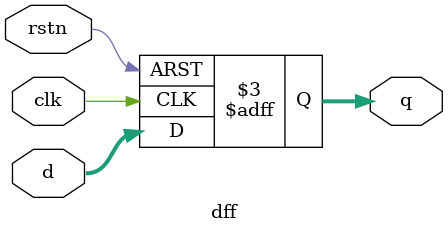
<source format=v>
module dff #(
    parameter WIDTH = 8
) (
    input wire clk,
    input wire rstn,
    input wire [WIDTH-1:0] d,
    output reg [WIDTH-1:0] q
);
    always @(posedge clk or negedge rstn) begin
        if (!rstn)
            q <= 0;
        else
            q <= d;
    end
endmodule

</source>
